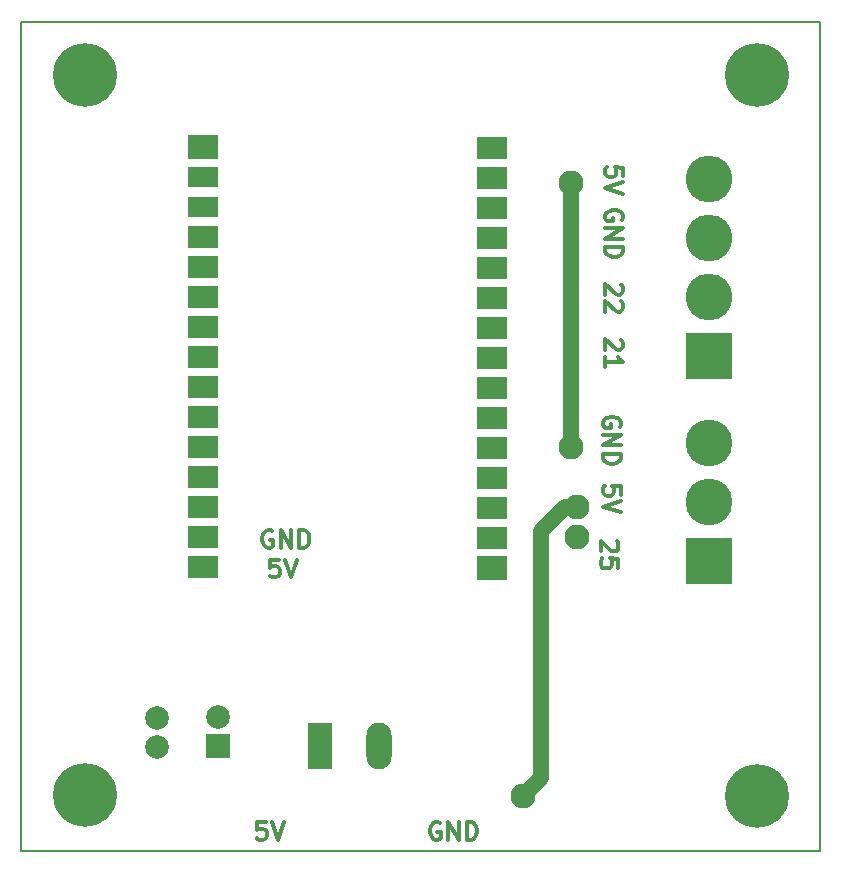
<source format=gbr>
%TF.GenerationSoftware,KiCad,Pcbnew,7.0.3*%
%TF.CreationDate,2023-06-20T17:30:00-05:00*%
%TF.ProjectId,ambient_measurement,616d6269-656e-4745-9f6d-656173757265,rev?*%
%TF.SameCoordinates,Original*%
%TF.FileFunction,Copper,L1,Top*%
%TF.FilePolarity,Positive*%
%FSLAX46Y46*%
G04 Gerber Fmt 4.6, Leading zero omitted, Abs format (unit mm)*
G04 Created by KiCad (PCBNEW 7.0.3) date 2023-06-20 17:30:00*
%MOMM*%
%LPD*%
G01*
G04 APERTURE LIST*
%TA.AperFunction,NonConductor*%
%ADD10C,0.200000*%
%TD*%
%ADD11C,0.300000*%
%TA.AperFunction,NonConductor*%
%ADD12C,0.300000*%
%TD*%
%TA.AperFunction,ComponentPad*%
%ADD13C,5.400000*%
%TD*%
%TA.AperFunction,ComponentPad*%
%ADD14R,2.125000X3.960000*%
%TD*%
%TA.AperFunction,ComponentPad*%
%ADD15O,2.125000X3.960000*%
%TD*%
%TA.AperFunction,ComponentPad*%
%ADD16C,2.125000*%
%TD*%
%TA.AperFunction,ComponentPad*%
%ADD17O,2.125000X2.125000*%
%TD*%
%TA.AperFunction,ComponentPad*%
%ADD18R,2.000000X2.000000*%
%TD*%
%TA.AperFunction,ComponentPad*%
%ADD19C,2.000000*%
%TD*%
%TA.AperFunction,ComponentPad*%
%ADD20R,3.960000X3.960000*%
%TD*%
%TA.AperFunction,ComponentPad*%
%ADD21C,3.960000*%
%TD*%
%TA.AperFunction,ComponentPad*%
%ADD22O,3.960000X3.960000*%
%TD*%
%TA.AperFunction,ComponentPad*%
%ADD23R,2.540000X2.000000*%
%TD*%
%TA.AperFunction,ComponentPad*%
%ADD24R,2.540000X1.950000*%
%TD*%
%TA.AperFunction,ComponentPad*%
%ADD25R,2.540000X2.100000*%
%TD*%
%TA.AperFunction,ComponentPad*%
%ADD26R,2.540000X1.740000*%
%TD*%
%TA.AperFunction,ViaPad*%
%ADD27C,2.125000*%
%TD*%
%TA.AperFunction,Conductor*%
%ADD28C,1.330000*%
%TD*%
G04 APERTURE END LIST*
D10*
X117589500Y-57897000D02*
X185221500Y-57897000D01*
X185221500Y-128101000D01*
X117589500Y-128101000D01*
X117589500Y-57897000D01*
D11*
D12*
X168358671Y-97939154D02*
X168358671Y-97224868D01*
X168358671Y-97224868D02*
X167644385Y-97153440D01*
X167644385Y-97153440D02*
X167715814Y-97224868D01*
X167715814Y-97224868D02*
X167787242Y-97367726D01*
X167787242Y-97367726D02*
X167787242Y-97724868D01*
X167787242Y-97724868D02*
X167715814Y-97867726D01*
X167715814Y-97867726D02*
X167644385Y-97939154D01*
X167644385Y-97939154D02*
X167501528Y-98010583D01*
X167501528Y-98010583D02*
X167144385Y-98010583D01*
X167144385Y-98010583D02*
X167001528Y-97939154D01*
X167001528Y-97939154D02*
X166930100Y-97867726D01*
X166930100Y-97867726D02*
X166858671Y-97724868D01*
X166858671Y-97724868D02*
X166858671Y-97367726D01*
X166858671Y-97367726D02*
X166930100Y-97224868D01*
X166930100Y-97224868D02*
X167001528Y-97153440D01*
X168358671Y-98439154D02*
X166858671Y-98939154D01*
X166858671Y-98939154D02*
X168358671Y-99439154D01*
D11*
D12*
X153044011Y-125714757D02*
X152901154Y-125643328D01*
X152901154Y-125643328D02*
X152686868Y-125643328D01*
X152686868Y-125643328D02*
X152472582Y-125714757D01*
X152472582Y-125714757D02*
X152329725Y-125857614D01*
X152329725Y-125857614D02*
X152258296Y-126000471D01*
X152258296Y-126000471D02*
X152186868Y-126286185D01*
X152186868Y-126286185D02*
X152186868Y-126500471D01*
X152186868Y-126500471D02*
X152258296Y-126786185D01*
X152258296Y-126786185D02*
X152329725Y-126929042D01*
X152329725Y-126929042D02*
X152472582Y-127071900D01*
X152472582Y-127071900D02*
X152686868Y-127143328D01*
X152686868Y-127143328D02*
X152829725Y-127143328D01*
X152829725Y-127143328D02*
X153044011Y-127071900D01*
X153044011Y-127071900D02*
X153115439Y-127000471D01*
X153115439Y-127000471D02*
X153115439Y-126500471D01*
X153115439Y-126500471D02*
X152829725Y-126500471D01*
X153758296Y-127143328D02*
X153758296Y-125643328D01*
X153758296Y-125643328D02*
X154615439Y-127143328D01*
X154615439Y-127143328D02*
X154615439Y-125643328D01*
X155329725Y-127143328D02*
X155329725Y-125643328D01*
X155329725Y-125643328D02*
X155686868Y-125643328D01*
X155686868Y-125643328D02*
X155901154Y-125714757D01*
X155901154Y-125714757D02*
X156044011Y-125857614D01*
X156044011Y-125857614D02*
X156115440Y-126000471D01*
X156115440Y-126000471D02*
X156186868Y-126286185D01*
X156186868Y-126286185D02*
X156186868Y-126500471D01*
X156186868Y-126500471D02*
X156115440Y-126786185D01*
X156115440Y-126786185D02*
X156044011Y-126929042D01*
X156044011Y-126929042D02*
X155901154Y-127071900D01*
X155901154Y-127071900D02*
X155686868Y-127143328D01*
X155686868Y-127143328D02*
X155329725Y-127143328D01*
D11*
D12*
X168483742Y-74679511D02*
X168555171Y-74536654D01*
X168555171Y-74536654D02*
X168555171Y-74322368D01*
X168555171Y-74322368D02*
X168483742Y-74108082D01*
X168483742Y-74108082D02*
X168340885Y-73965225D01*
X168340885Y-73965225D02*
X168198028Y-73893796D01*
X168198028Y-73893796D02*
X167912314Y-73822368D01*
X167912314Y-73822368D02*
X167698028Y-73822368D01*
X167698028Y-73822368D02*
X167412314Y-73893796D01*
X167412314Y-73893796D02*
X167269457Y-73965225D01*
X167269457Y-73965225D02*
X167126600Y-74108082D01*
X167126600Y-74108082D02*
X167055171Y-74322368D01*
X167055171Y-74322368D02*
X167055171Y-74465225D01*
X167055171Y-74465225D02*
X167126600Y-74679511D01*
X167126600Y-74679511D02*
X167198028Y-74750939D01*
X167198028Y-74750939D02*
X167698028Y-74750939D01*
X167698028Y-74750939D02*
X167698028Y-74465225D01*
X167055171Y-75393796D02*
X168555171Y-75393796D01*
X168555171Y-75393796D02*
X167055171Y-76250939D01*
X167055171Y-76250939D02*
X168555171Y-76250939D01*
X167055171Y-76965225D02*
X168555171Y-76965225D01*
X168555171Y-76965225D02*
X168555171Y-77322368D01*
X168555171Y-77322368D02*
X168483742Y-77536654D01*
X168483742Y-77536654D02*
X168340885Y-77679511D01*
X168340885Y-77679511D02*
X168198028Y-77750940D01*
X168198028Y-77750940D02*
X167912314Y-77822368D01*
X167912314Y-77822368D02*
X167698028Y-77822368D01*
X167698028Y-77822368D02*
X167412314Y-77750940D01*
X167412314Y-77750940D02*
X167269457Y-77679511D01*
X167269457Y-77679511D02*
X167126600Y-77536654D01*
X167126600Y-77536654D02*
X167055171Y-77322368D01*
X167055171Y-77322368D02*
X167055171Y-76965225D01*
D11*
D12*
X168015814Y-101882011D02*
X168087242Y-101953439D01*
X168087242Y-101953439D02*
X168158671Y-102096297D01*
X168158671Y-102096297D02*
X168158671Y-102453439D01*
X168158671Y-102453439D02*
X168087242Y-102596297D01*
X168087242Y-102596297D02*
X168015814Y-102667725D01*
X168015814Y-102667725D02*
X167872957Y-102739154D01*
X167872957Y-102739154D02*
X167730100Y-102739154D01*
X167730100Y-102739154D02*
X167515814Y-102667725D01*
X167515814Y-102667725D02*
X166658671Y-101810582D01*
X166658671Y-101810582D02*
X166658671Y-102739154D01*
X168158671Y-104096296D02*
X168158671Y-103382010D01*
X168158671Y-103382010D02*
X167444385Y-103310582D01*
X167444385Y-103310582D02*
X167515814Y-103382010D01*
X167515814Y-103382010D02*
X167587242Y-103524868D01*
X167587242Y-103524868D02*
X167587242Y-103882010D01*
X167587242Y-103882010D02*
X167515814Y-104024868D01*
X167515814Y-104024868D02*
X167444385Y-104096296D01*
X167444385Y-104096296D02*
X167301528Y-104167725D01*
X167301528Y-104167725D02*
X166944385Y-104167725D01*
X166944385Y-104167725D02*
X166801528Y-104096296D01*
X166801528Y-104096296D02*
X166730100Y-104024868D01*
X166730100Y-104024868D02*
X166658671Y-103882010D01*
X166658671Y-103882010D02*
X166658671Y-103524868D01*
X166658671Y-103524868D02*
X166730100Y-103382010D01*
X166730100Y-103382010D02*
X166801528Y-103310582D01*
D11*
D12*
X168287242Y-92182011D02*
X168358671Y-92039154D01*
X168358671Y-92039154D02*
X168358671Y-91824868D01*
X168358671Y-91824868D02*
X168287242Y-91610582D01*
X168287242Y-91610582D02*
X168144385Y-91467725D01*
X168144385Y-91467725D02*
X168001528Y-91396296D01*
X168001528Y-91396296D02*
X167715814Y-91324868D01*
X167715814Y-91324868D02*
X167501528Y-91324868D01*
X167501528Y-91324868D02*
X167215814Y-91396296D01*
X167215814Y-91396296D02*
X167072957Y-91467725D01*
X167072957Y-91467725D02*
X166930100Y-91610582D01*
X166930100Y-91610582D02*
X166858671Y-91824868D01*
X166858671Y-91824868D02*
X166858671Y-91967725D01*
X166858671Y-91967725D02*
X166930100Y-92182011D01*
X166930100Y-92182011D02*
X167001528Y-92253439D01*
X167001528Y-92253439D02*
X167501528Y-92253439D01*
X167501528Y-92253439D02*
X167501528Y-91967725D01*
X166858671Y-92896296D02*
X168358671Y-92896296D01*
X168358671Y-92896296D02*
X166858671Y-93753439D01*
X166858671Y-93753439D02*
X168358671Y-93753439D01*
X166858671Y-94467725D02*
X168358671Y-94467725D01*
X168358671Y-94467725D02*
X168358671Y-94824868D01*
X168358671Y-94824868D02*
X168287242Y-95039154D01*
X168287242Y-95039154D02*
X168144385Y-95182011D01*
X168144385Y-95182011D02*
X168001528Y-95253440D01*
X168001528Y-95253440D02*
X167715814Y-95324868D01*
X167715814Y-95324868D02*
X167501528Y-95324868D01*
X167501528Y-95324868D02*
X167215814Y-95253440D01*
X167215814Y-95253440D02*
X167072957Y-95182011D01*
X167072957Y-95182011D02*
X166930100Y-95039154D01*
X166930100Y-95039154D02*
X166858671Y-94824868D01*
X166858671Y-94824868D02*
X166858671Y-94467725D01*
D11*
D12*
X138848011Y-100990757D02*
X138705154Y-100919328D01*
X138705154Y-100919328D02*
X138490868Y-100919328D01*
X138490868Y-100919328D02*
X138276582Y-100990757D01*
X138276582Y-100990757D02*
X138133725Y-101133614D01*
X138133725Y-101133614D02*
X138062296Y-101276471D01*
X138062296Y-101276471D02*
X137990868Y-101562185D01*
X137990868Y-101562185D02*
X137990868Y-101776471D01*
X137990868Y-101776471D02*
X138062296Y-102062185D01*
X138062296Y-102062185D02*
X138133725Y-102205042D01*
X138133725Y-102205042D02*
X138276582Y-102347900D01*
X138276582Y-102347900D02*
X138490868Y-102419328D01*
X138490868Y-102419328D02*
X138633725Y-102419328D01*
X138633725Y-102419328D02*
X138848011Y-102347900D01*
X138848011Y-102347900D02*
X138919439Y-102276471D01*
X138919439Y-102276471D02*
X138919439Y-101776471D01*
X138919439Y-101776471D02*
X138633725Y-101776471D01*
X139562296Y-102419328D02*
X139562296Y-100919328D01*
X139562296Y-100919328D02*
X140419439Y-102419328D01*
X140419439Y-102419328D02*
X140419439Y-100919328D01*
X141133725Y-102419328D02*
X141133725Y-100919328D01*
X141133725Y-100919328D02*
X141490868Y-100919328D01*
X141490868Y-100919328D02*
X141705154Y-100990757D01*
X141705154Y-100990757D02*
X141848011Y-101133614D01*
X141848011Y-101133614D02*
X141919440Y-101276471D01*
X141919440Y-101276471D02*
X141990868Y-101562185D01*
X141990868Y-101562185D02*
X141990868Y-101776471D01*
X141990868Y-101776471D02*
X141919440Y-102062185D01*
X141919440Y-102062185D02*
X141848011Y-102205042D01*
X141848011Y-102205042D02*
X141705154Y-102347900D01*
X141705154Y-102347900D02*
X141490868Y-102419328D01*
X141490868Y-102419328D02*
X141133725Y-102419328D01*
D11*
D12*
X168412314Y-80139511D02*
X168483742Y-80210939D01*
X168483742Y-80210939D02*
X168555171Y-80353797D01*
X168555171Y-80353797D02*
X168555171Y-80710939D01*
X168555171Y-80710939D02*
X168483742Y-80853797D01*
X168483742Y-80853797D02*
X168412314Y-80925225D01*
X168412314Y-80925225D02*
X168269457Y-80996654D01*
X168269457Y-80996654D02*
X168126600Y-80996654D01*
X168126600Y-80996654D02*
X167912314Y-80925225D01*
X167912314Y-80925225D02*
X167055171Y-80068082D01*
X167055171Y-80068082D02*
X167055171Y-80996654D01*
X168412314Y-81568082D02*
X168483742Y-81639510D01*
X168483742Y-81639510D02*
X168555171Y-81782368D01*
X168555171Y-81782368D02*
X168555171Y-82139510D01*
X168555171Y-82139510D02*
X168483742Y-82282368D01*
X168483742Y-82282368D02*
X168412314Y-82353796D01*
X168412314Y-82353796D02*
X168269457Y-82425225D01*
X168269457Y-82425225D02*
X168126600Y-82425225D01*
X168126600Y-82425225D02*
X167912314Y-82353796D01*
X167912314Y-82353796D02*
X167055171Y-81496653D01*
X167055171Y-81496653D02*
X167055171Y-82425225D01*
D11*
D12*
X138301154Y-125643328D02*
X137586868Y-125643328D01*
X137586868Y-125643328D02*
X137515440Y-126357614D01*
X137515440Y-126357614D02*
X137586868Y-126286185D01*
X137586868Y-126286185D02*
X137729726Y-126214757D01*
X137729726Y-126214757D02*
X138086868Y-126214757D01*
X138086868Y-126214757D02*
X138229726Y-126286185D01*
X138229726Y-126286185D02*
X138301154Y-126357614D01*
X138301154Y-126357614D02*
X138372583Y-126500471D01*
X138372583Y-126500471D02*
X138372583Y-126857614D01*
X138372583Y-126857614D02*
X138301154Y-127000471D01*
X138301154Y-127000471D02*
X138229726Y-127071900D01*
X138229726Y-127071900D02*
X138086868Y-127143328D01*
X138086868Y-127143328D02*
X137729726Y-127143328D01*
X137729726Y-127143328D02*
X137586868Y-127071900D01*
X137586868Y-127071900D02*
X137515440Y-127000471D01*
X138801154Y-125643328D02*
X139301154Y-127143328D01*
X139301154Y-127143328D02*
X139801154Y-125643328D01*
D11*
D12*
X168412314Y-84839511D02*
X168483742Y-84910939D01*
X168483742Y-84910939D02*
X168555171Y-85053797D01*
X168555171Y-85053797D02*
X168555171Y-85410939D01*
X168555171Y-85410939D02*
X168483742Y-85553797D01*
X168483742Y-85553797D02*
X168412314Y-85625225D01*
X168412314Y-85625225D02*
X168269457Y-85696654D01*
X168269457Y-85696654D02*
X168126600Y-85696654D01*
X168126600Y-85696654D02*
X167912314Y-85625225D01*
X167912314Y-85625225D02*
X167055171Y-84768082D01*
X167055171Y-84768082D02*
X167055171Y-85696654D01*
X167055171Y-87125225D02*
X167055171Y-86268082D01*
X167055171Y-86696653D02*
X168555171Y-86696653D01*
X168555171Y-86696653D02*
X168340885Y-86553796D01*
X168340885Y-86553796D02*
X168198028Y-86410939D01*
X168198028Y-86410939D02*
X168126600Y-86268082D01*
D11*
D12*
X139405154Y-103419328D02*
X138690868Y-103419328D01*
X138690868Y-103419328D02*
X138619440Y-104133614D01*
X138619440Y-104133614D02*
X138690868Y-104062185D01*
X138690868Y-104062185D02*
X138833726Y-103990757D01*
X138833726Y-103990757D02*
X139190868Y-103990757D01*
X139190868Y-103990757D02*
X139333726Y-104062185D01*
X139333726Y-104062185D02*
X139405154Y-104133614D01*
X139405154Y-104133614D02*
X139476583Y-104276471D01*
X139476583Y-104276471D02*
X139476583Y-104633614D01*
X139476583Y-104633614D02*
X139405154Y-104776471D01*
X139405154Y-104776471D02*
X139333726Y-104847900D01*
X139333726Y-104847900D02*
X139190868Y-104919328D01*
X139190868Y-104919328D02*
X138833726Y-104919328D01*
X138833726Y-104919328D02*
X138690868Y-104847900D01*
X138690868Y-104847900D02*
X138619440Y-104776471D01*
X139905154Y-103419328D02*
X140405154Y-104919328D01*
X140405154Y-104919328D02*
X140905154Y-103419328D01*
D11*
D12*
X168555171Y-70964654D02*
X168555171Y-70250368D01*
X168555171Y-70250368D02*
X167840885Y-70178940D01*
X167840885Y-70178940D02*
X167912314Y-70250368D01*
X167912314Y-70250368D02*
X167983742Y-70393226D01*
X167983742Y-70393226D02*
X167983742Y-70750368D01*
X167983742Y-70750368D02*
X167912314Y-70893226D01*
X167912314Y-70893226D02*
X167840885Y-70964654D01*
X167840885Y-70964654D02*
X167698028Y-71036083D01*
X167698028Y-71036083D02*
X167340885Y-71036083D01*
X167340885Y-71036083D02*
X167198028Y-70964654D01*
X167198028Y-70964654D02*
X167126600Y-70893226D01*
X167126600Y-70893226D02*
X167055171Y-70750368D01*
X167055171Y-70750368D02*
X167055171Y-70393226D01*
X167055171Y-70393226D02*
X167126600Y-70250368D01*
X167126600Y-70250368D02*
X167198028Y-70178940D01*
X168555171Y-71464654D02*
X167055171Y-71964654D01*
X167055171Y-71964654D02*
X168555171Y-72464654D01*
D13*
%TO.P,H2,1*%
%TO.N,N/C*%
X179925500Y-123477000D03*
%TD*%
D14*
%TO.P,5V1,1,Pin_1*%
%TO.N,5v*%
X142884388Y-119233000D03*
D15*
%TO.P,5V1,2,Pin_2*%
%TO.N,GND5V*%
X147884388Y-119233000D03*
%TD*%
D16*
%TO.P,R1,1*%
%TO.N,5v*%
X164685500Y-98993000D03*
D17*
%TO.P,R1,2*%
%TO.N,D25*%
X164685500Y-101533000D03*
%TD*%
D18*
%TO.P,C1,1*%
%TO.N,5v*%
X134285500Y-119226112D03*
D19*
%TO.P,C1,2*%
%TO.N,GND5V*%
X134285500Y-116726112D03*
%TD*%
D20*
%TO.P,J1,1,Pin_1*%
%TO.N,D25*%
X175861500Y-103565000D03*
D21*
%TO.P,J1,2,Pin_2*%
%TO.N,5v*%
X175861500Y-98565000D03*
%TO.P,J1,3,Pin_3*%
%TO.N,GND5V*%
X175861500Y-93565000D03*
%TD*%
D20*
%TO.P,J2,1,Pin_1*%
%TO.N,D21*%
X175861500Y-86213000D03*
D22*
%TO.P,J2,2,Pin_2*%
%TO.N,D22*%
X175861500Y-81213000D03*
%TO.P,J2,3,Pin_3*%
%TO.N,GND5V*%
X175861500Y-76213000D03*
%TO.P,J2,4,Pin_4*%
%TO.N,5v*%
X175861500Y-71213000D03*
%TD*%
D13*
%TO.P,H4,1*%
%TO.N,N/C*%
X179925500Y-62417000D03*
%TD*%
D19*
%TO.P,C2,1*%
%TO.N,5v*%
X129125500Y-119313000D03*
%TO.P,C2,2*%
%TO.N,GND5V*%
X129125500Y-116813000D03*
%TD*%
D23*
%TO.P,J_esp1,1,Pin_1*%
%TO.N,3V3*%
X157480000Y-104140000D03*
D24*
%TO.P,J_esp1,2,Pin_2*%
%TO.N,GND2*%
X157480000Y-101600000D03*
%TO.P,J_esp1,3,Pin_3*%
%TO.N,D15*%
X157480000Y-99060000D03*
%TO.P,J_esp1,4,Pin_4*%
%TO.N,D2*%
X157480000Y-96520000D03*
%TO.P,J_esp1,5,Pin_5*%
%TO.N,D4*%
X157480000Y-93980000D03*
%TO.P,J_esp1,6,Pin_6*%
%TO.N,RX2*%
X157480000Y-91440000D03*
%TO.P,J_esp1,7,Pin_7*%
%TO.N,TX2*%
X157480000Y-88900000D03*
%TO.P,J_esp1,8,Pin_8*%
%TO.N,D5*%
X157480000Y-86360000D03*
%TO.P,J_esp1,9,Pin_9*%
%TO.N,D18*%
X157480000Y-83820000D03*
%TO.P,J_esp1,10,Pin_10*%
%TO.N,D19*%
X157480000Y-81280000D03*
%TO.P,J_esp1,11,Pin_11*%
%TO.N,D21*%
X157480000Y-78740000D03*
%TO.P,J_esp1,12,Pin_12*%
%TO.N,RX0*%
X157480000Y-76200000D03*
%TO.P,J_esp1,13,Pin_13*%
%TO.N,TX0*%
X157480000Y-73660000D03*
%TO.P,J_esp1,14,Pin_14*%
%TO.N,D22*%
X157480000Y-71120000D03*
%TO.P,J_esp1,15,Pin_15*%
%TO.N,D23*%
X157480000Y-68580000D03*
%TD*%
D13*
%TO.P,H3,1*%
%TO.N,N/C*%
X123029500Y-123377000D03*
%TD*%
D25*
%TO.P,J_esp0,1,Pin_1*%
%TO.N,EN*%
X132939500Y-68501000D03*
D26*
%TO.P,J_esp0,2,Pin_2*%
%TO.N,VP*%
X132939500Y-71041000D03*
%TO.P,J_esp0,3,Pin_3*%
%TO.N,VN*%
X132939500Y-73581000D03*
D24*
%TO.P,J_esp0,4,Pin_4*%
%TO.N,D34*%
X132939500Y-76121000D03*
%TO.P,J_esp0,5,Pin_5*%
%TO.N,D35*%
X132939500Y-78661000D03*
%TO.P,J_esp0,6,Pin_6*%
%TO.N,D32*%
X132939500Y-81201000D03*
%TO.P,J_esp0,7,Pin_7*%
%TO.N,D33*%
X132939500Y-83741000D03*
%TO.P,J_esp0,8,Pin_8*%
%TO.N,D25*%
X132939500Y-86281000D03*
%TO.P,J_esp0,9,Pin_9*%
%TO.N,D26*%
X132939500Y-88821000D03*
%TO.P,J_esp0,10,Pin_10*%
%TO.N,D27*%
X132939500Y-91361000D03*
%TO.P,J_esp0,11,Pin_11*%
%TO.N,D14*%
X132939500Y-93901000D03*
%TO.P,J_esp0,12,Pin_12*%
%TO.N,D12*%
X132939500Y-96441000D03*
%TO.P,J_esp0,13,Pin_13*%
%TO.N,D13*%
X132939500Y-98981000D03*
%TO.P,J_esp0,14,Pin_14*%
%TO.N,GND5V*%
X132939500Y-101521000D03*
%TO.P,J_esp0,15,Pin_15*%
%TO.N,5v*%
X132939500Y-104061000D03*
%TD*%
D13*
%TO.P,H1,1*%
%TO.N,N/C*%
X123029500Y-62417000D03*
%TD*%
D27*
%TO.N,5v*%
X164177500Y-71561000D03*
X160113500Y-123417000D03*
X164177500Y-93913000D03*
%TD*%
D28*
%TO.N,5v*%
X163669500Y-98993000D02*
X164685500Y-98993000D01*
X164177500Y-71561000D02*
X164177500Y-93913000D01*
X161637500Y-101025000D02*
X163669500Y-98993000D01*
X161637500Y-121893000D02*
X160113500Y-123417000D01*
X161637500Y-101025000D02*
X161637500Y-121893000D01*
%TD*%
M02*

</source>
